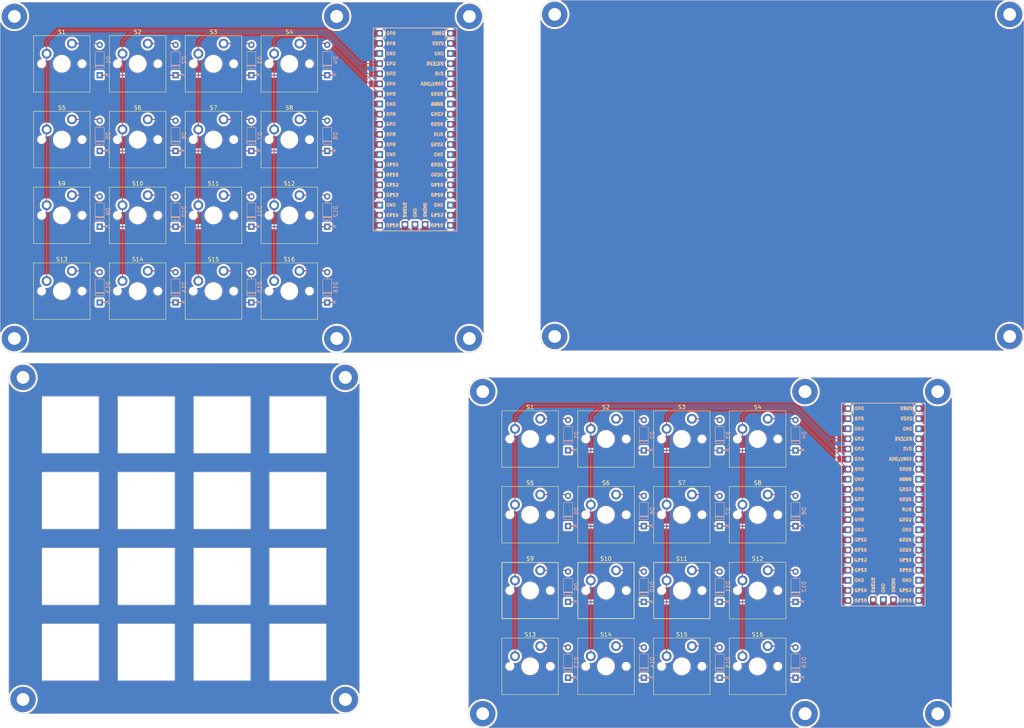
<source format=kicad_pcb>
(kicad_pcb (version 20221018) (generator pcbnew)
  (layers (0 "F.Cu" signal) (31 "B.Cu" signal) (34 "B.Paste" user) (35 "F.Paste" user) (36 "B.SilkS" user "B.Silkscreen") (37 "F.SilkS" user "F.Silkscreen") (38 "B.Mask" user) (39 "F.Mask" user) (44 "Edge.Cuts" user))
  (net 0 "")
  (net 1 "Row 0")
  (net 2 "Net-(D1-A)")
  (net 3 "Net-(D2-A)")
  (net 4 "Net-(D3-A)")
  (net 5 "Net-(D4-A)")
  (net 6 "Row 1")
  (net 7 "Net-(D5-A)")
  (net 8 "Net-(D6-A)")
  (net 9 "Net-(D7-A)")
  (net 10 "Net-(D8-A)")
  (net 11 "Row 2")
  (net 12 "Net-(D9-A)")
  (net 13 "Net-(D10-A)")
  (net 14 "Net-(D11-A)")
  (net 15 "Net-(D12-A)")
  (net 16 "Row 3")
  (net 17 "Net-(D13-A)")
  (net 18 "Net-(D14-A)")
  (net 19 "Net-(D15-A)")
  (net 20 "Net-(D16-A)")
  (net 21 "Col 0")
  (net 22 "Col 1")
  (net 23 "Col 2")
  (net 59 "Col 3")
  (footprint "" (layer "F.Cu") (at 107.325 20.618125)
    (fp_text reference "")
    (fp_text value "")
  )
  (footprint "MX:MX_PCB_1.00u" (layer "F.Cu") (at 57.31875 89.674375)
    (fp_text reference "S14")
    (fp_text value "Keyswitch")
  )
  (footprint "MX:MX_PCB_1.00u" (layer "F.Cu") (at 95.41875 51.574375)
    (fp_text reference "S8")
    (fp_text value "Keyswitch")
  )
  (footprint "MX:MX_PCB_1.00u" (layer "F.Cu") (at 194.01875 164.943125)
    (fp_text reference "S11")
    (fp_text value "Keyswitch")
  )
  (footprint "MX:MX_PCB_1.00u" (layer "F.Cu") (at 194.01875 145.893125)
    (fp_text reference "S7")
    (fp_text value "Keyswitch")
  )
  (footprint "MountingHole:MountingHole_3.2mm_M3_Pad_TopBottom" (layer "F.Cu") (at 276.39375 101.069375)
    (fp_text reference "REF**" hide)
    (fp_text value "MountingHole_3.2mm_M3_Pad_TopBottom" hide)
  )
  (footprint "MountingHole:MountingHole_3.2mm_M3_Pad_TopBottom" (layer "F.Cu") (at 276.39375 20.106875)
    (fp_text reference "REF**" hide)
    (fp_text value "MountingHole_3.2mm_M3_Pad_TopBottom" hide)
  )
  (footprint "MX:MX_PCB_1.00u" (layer "F.Cu") (at 76.36875 32.524375)
    (fp_text reference "S3")
    (fp_text value "Keyswitch")
  )
  (footprint "MX:MX_PCB_1.00u" (layer "F.Cu") (at 76.36875 51.574375)
    (fp_text reference "S7")
    (fp_text value "Keyswitch")
  )
  (footprint "MX:MX_PCB_1.00u" (layer "F.Cu") (at 57.31875 70.624375)
    (fp_text reference "S10")
    (fp_text value "Keyswitch")
  )
  (footprint "MountingHole:MountingHole_3.2mm_M3_Pad_TopBottom" (layer "F.Cu") (at 258.3125 195.899375)
    (fp_text reference "REF**" hide)
    (fp_text value "MountingHole_3.2mm_M3_Pad_TopBottom" hide)
  )
  (footprint "MCU:Raspberry_Pi_Pico" (layer "F.Cu") (at 127.01 48.999375)
    (fp_text reference "U1" hide)
    (fp_text value "Raspberry_Pi_Pico" hide)
  )
  (footprint "MX:MX_PCB_1.00u" (layer "F.Cu") (at 174.96875 145.893125)
    (fp_text reference "S6")
    (fp_text value "Keyswitch")
  )
  (footprint "MountingHole:MountingHole_3.2mm_M3_Pad_TopBottom" (layer "F.Cu") (at 107.34375 101.580625)
    (fp_text reference "REF**" hide)
    (fp_text value "MountingHole_3.2mm_M3_Pad_TopBottom" hide)
  )
  (footprint "MountingHole:MountingHole_3.2mm_M3_Pad_TopBottom" (layer "F.Cu") (at 258.3125 114.936875)
    (fp_text reference "REF**" hide)
    (fp_text value "MountingHole_3.2mm_M3_Pad_TopBottom" hide)
  )
  (footprint "MX:MX_PCB_1.00u" (layer "F.Cu") (at 38.26875 32.524375)
    (fp_text reference "S1")
    (fp_text value "Keyswitch")
  )
  (footprint "MX:MX_PCB_1.00u" (layer "F.Cu") (at 76.36875 70.624375)
    (fp_text reference "S11")
    (fp_text value "Keyswitch")
  )
  (footprint "MountingHole:MountingHole_3.2mm_M3_Pad_TopBottom" (layer "F.Cu") (at 28.521875 192.3275)
    (fp_text reference "REF**" hide)
    (fp_text value "MountingHole_3.2mm_M3_Pad_TopBottom" hide)
  )
  (footprint "" (layer "F.Cu") (at 224.99375 195.899375)
    (fp_text reference "")
    (fp_text value "")
  )
  (footprint "MX:MX_PCB_1.00u" (layer "F.Cu") (at 174.96875 183.993125)
    (fp_text reference "S14")
    (fp_text value "Keyswitch")
  )
  (footprint "" (layer "F.Cu") (at 109.503125 192.3275)
    (fp_text reference "")
    (fp_text value "")
  )
  (footprint "MX:MX_PCB_1.00u" (layer "F.Cu") (at 213.06875 164.943125)
    (fp_text reference "S12")
    (fp_text value "Keyswitch")
  )
  (footprint "MountingHole:MountingHole_3.2mm_M3_Pad_TopBottom" (layer "F.Cu") (at 140.6625 101.580625)
    (fp_text reference "REF**" hide)
    (fp_text value "MountingHole_3.2mm_M3_Pad_TopBottom" hide)
  )
  (footprint "MX:MX_PCB_1.00u" (layer "F.Cu") (at 155.91875 183.993125)
    (fp_text reference "S13")
    (fp_text value "Keyswitch")
  )
  (footprint "MountingHole:MountingHole_3.2mm_M3_Pad_TopBottom" (layer "F.Cu") (at 224.99375 195.899375)
    (fp_text reference "REF**" hide)
    (fp_text value "MountingHole_3.2mm_M3_Pad_TopBottom" hide)
  )
  (footprint "MX:MX_PCB_1.00u" (layer "F.Cu") (at 155.91875 164.943125)
    (fp_text reference "S9")
    (fp_text value "Keyswitch")
  )
  (footprint "MountingHole:MountingHole_3.2mm_M3_Pad_TopBottom" (layer "F.Cu") (at 224.975 114.936875)
    (fp_text reference "REF**" hide)
    (fp_text value "MountingHole_3.2mm_M3_Pad_TopBottom" hide)
  )
  (footprint "MX:MX_PCB_1.00u" (layer "F.Cu") (at 213.06875 126.843125)
    (fp_text reference "S4")
    (fp_text value "Keyswitch")
  )
  (footprint "MX:MX_PCB_1.00u" (layer "F.Cu") (at 174.96875 164.943125)
    (fp_text reference "S10")
    (fp_text value "Keyswitch")
  )
  (footprint "MountingHole:MountingHole_3.2mm_M3_Pad_TopBottom" (layer "F.Cu") (at 109.503125 192.3275)
    (fp_text reference "REF**" hide)
    (fp_text value "MountingHole_3.2mm_M3_Pad_TopBottom" hide)
  )
  (footprint "MX:MX_PCB_1.00u" (layer "F.Cu") (at 95.41875 70.624375)
    (fp_text reference "S12")
    (fp_text value "Keyswitch")
  )
  (footprint "" (layer "F.Cu") (at 109.484375 111.365)
    (fp_text reference "")
    (fp_text value "")
  )
  (footprint "MX:MX_PCB_1.00u" (layer "F.Cu") (at 38.26875 51.574375)
    (fp_text reference "S5")
    (fp_text value "Keyswitch")
  )
  (footprint "MX:MX_PCB_1.00u" (layer "F.Cu") (at 194.01875 126.843125)
    (fp_text reference "S3")
    (fp_text value "Keyswitch")
  )
  (footprint "MX:MX_PCB_1.00u" (layer "F.Cu") (at 38.26875 89.674375)
    (fp_text reference "S13")
    (fp_text value "Keyswitch")
  )
  (footprint "MX:MX_PCB_1.00u" (layer "F.Cu") (at 155.91875 145.893125)
    (fp_text reference "S5")
    (fp_text value "Keyswitch")
  )
  (footprint "MX:MX_PCB_1.00u" (layer "F.Cu") (at 95.41875 89.674375)
    (fp_text reference "S16")
    (fp_text value "Keyswitch")
  )
  (footprint "MountingHole:MountingHole_3.2mm_M3_Pad_TopBottom" (layer "F.Cu") (at 26.3625 101.580625)
    (fp_text reference "REF**" hide)
    (fp_text value "MountingHole_3.2mm_M3_Pad_TopBottom" hide)
  )
  (footprint "MX:MX_PCB_1.00u" (layer "F.Cu") (at 213.06875 183.993125)
    (fp_text reference "S16")
    (fp_text value "Keyswitch")
  )
  (footprint "MX:MX_PCB_1.00u" (layer "F.Cu") (at 194.01875 183.993125)
    (fp_text reference "S15")
    (fp_text value "Keyswitch")
  )
  (footprint "MountingHole:MountingHole_3.2mm_M3_Pad_TopBottom" (layer "F.Cu") (at 140.6625 20.618125)
    (fp_text reference "REF**" hide)
    (fp_text value "MountingHole_3.2mm_M3_Pad_TopBottom" hide)
  )
  (footprint "MX:MX_PCB_1.00u" (layer "F.Cu") (at 57.31875 51.574375)
    (fp_text reference "S6")
    (fp_text value "Keyswitch")
  )
  (footprint "MountingHole:MountingHole_3.2mm_M3_Pad_TopBottom" (layer "F.Cu") (at 144.0125 195.899375)
    (fp_text reference "REF**" hide)
    (fp_text value "MountingHole_3.2mm_M3_Pad_TopBottom" hide)
  )
  (footprint "MX:MX_PCB_1.00u" (layer "F.Cu") (at 155.91875 126.843125)
    (fp_text reference "S1")
    (fp_text value "Keyswitch")
  )
  (footprint "MountingHole:MountingHole_3.2mm_M3_Pad_TopBottom" (layer "F.Cu") (at 28.521875 111.365)
    (fp_text reference "REF**" hide)
    (fp_text value "MountingHole_3.2mm_M3_Pad_TopBottom" hide)
  )
  (footprint "MountingHole:MountingHole_3.2mm_M3_Pad_TopBottom" (layer "F.Cu") (at 162.09375 20.106875)
    (fp_text reference "REF**" hide)
    (fp_text value "MountingHole_3.2mm_M3_Pad_TopBottom" hide)
  )
  (footprint "MountingHole:MountingHole_3.2mm_M3_Pad_TopBottom" (layer "F.Cu") (at 107.325 20.618125)
    (fp_text reference "REF**" hide)
    (fp_text value "MountingHole_3.2mm_M3_Pad_TopBottom" hide)
  )
  (footprint "" (layer "F.Cu") (at 224.975 114.936875)
    (fp_text reference "")
    (fp_text value "")
  )
  (footprint "MCU:Raspberry_Pi_Pico" (layer "F.Cu") (at 244.66 143.318125)
    (fp_text reference "U1" hide)
    (fp_text value "Raspberry_Pi_Pico" hide)
  )
  (footprint "MX:MX_PCB_1.00u" (layer "F.Cu") (at 95.41875 32.524375)
    (fp_text reference "S4")
    (fp_text value "Keyswitch")
  )
  (footprint "MountingHole:MountingHole_3.2mm_M3_Pad_TopBottom" (layer "F.Cu") (at 162.09375 101.069375)
    (fp_text reference "REF**" hide)
    (fp_text value "MountingHole_3.2mm_M3_Pad_TopBottom" hide)
  )
  (footprint "MountingHole:MountingHole_3.2mm_M3_Pad_TopBottom" (layer "F.Cu") (at 26.3625 20.618125)
    (fp_text reference "REF**" hide)
    (fp_text value "MountingHole_3.2mm_M3_Pad_TopBottom" hide)
  )
  (footprint "MountingHole:MountingHole_3.2mm_M3_Pad_TopBottom" (layer "F.Cu") (at 144.0125 114.936875)
    (fp_text reference "REF**" hide)
    (fp_text value "MountingHole_3.2mm_M3_Pad_TopBottom" hide)
  )
  (footprint "MX:MX_PCB_1.00u" (layer "F.Cu") (at 57.31875 32.524375)
    (fp_text reference "S2")
    (fp_text value "Keyswitch")
  )
  (footprint "MX:MX_PCB_1.00u" (layer "F.Cu") (at 213.06875 145.893125)
    (fp_text reference "S8")
    (fp_text value "Keyswitch")
  )
  (footprint "MX:MX_PCB_1.00u" (layer "F.Cu") (at 174.96875 126.843125)
    (fp_text reference "S2")
    (fp_text value "Keyswitch")
  )
  (footprint "MX:MX_PCB_1.00u" (layer "F.Cu") (at 38.26875 70.624375)
    (fp_text reference "S9")
    (fp_text value "Keyswitch")
  )
  (footprint "" (layer "F.Cu") (at 107.34375 101.580625)
    (fp_text reference "")
    (fp_text value "")
  )
  (footprint "MountingHole:MountingHole_3.2mm_M3_Pad_TopBottom" (layer "F.Cu") (at 109.484375 111.365)
    (fp_text reference "REF**" hide)
    (fp_text value "MountingHole_3.2mm_M3_Pad_TopBottom" hide)
  )
  (footprint "MX:MX_PCB_1.00u" (layer "F.Cu") (at 76.36875 89.674375)
    (fp_text reference "S15")
    (fp_text value "Keyswitch")
  )
  (footprint "Components:Diode_DO-35" (layer "B.Cu") (at 203.54375 129.700625 90)
    (fp_text reference "D3")
    (fp_text value "Diode")
  )
  (footprint "Components:Diode_DO-35" (layer "B.Cu") (at 47.79375 73.481875 90)
    (fp_text reference "D9")
    (fp_text value "Diode")
  )
  (footprint "Components:Diode_DO-35" (layer "B.Cu") (at 184.49375 148.750625 90)
    (fp_text reference "D6")
    (fp_text value "Diode")
  )
  (footprint "Components:Diode_DO-35" (layer "B.Cu") (at 203.54375 148.750625 90)
    (fp_text reference "D7")
    (fp_text value "Diode")
  )
  (footprint "Components:Diode_DO-35" (layer "B.Cu") (at 203.54375 186.850625 90)
    (fp_text reference "D15")
    (fp_text value "Diode")
  )
  (footprint "Components:Diode_DO-35" (layer "B.Cu") (at 222.59375 186.850625 90)
    (fp_text reference "D16")
    (fp_text value "Diode")
  )
  (footprint "Components:Diode_DO-35" (layer "B.Cu") (at 165.44375 186.850625 90)
    (fp_text reference "D13")
    (fp_text value "Diode")
  )
  (footprint "Components:Diode_DO-35" (layer "B.Cu") (at 85.89375 73.481875 90)
    (fp_text reference "D11")
    (fp_text value "Diode")
  )
  (footprint "Components:Diode_DO-35" (layer "B.Cu") (at 47.79375 35.381875 90)
    (fp_text reference "D1")
    (fp_text value "Diode")
  )
  (footprint "Components:Diode_DO-35" (layer "B.Cu") (at 66.84375 92.531875 90)
    (fp_text reference "D14")
    (fp_text value "Diode")
  )
  (footprint "Components:Diode_DO-35" (layer "B.Cu") (at 104.94375 54.431875 90)
    (fp_text reference "D8")
    (fp_text value "Diode")
  )
  (footprint "Components:Diode_DO-35" (layer "B.Cu") (at 222.59375 167.800625 90)
    (fp_text reference "D12")
    (fp_text value "Diode")
  )
  (footprint "Components:Diode_DO-35" (layer "B.Cu") (at 203.54375 167.800625 90)
    (fp_text reference "D11")
    (fp_text value "Diode")
  )
  (footprint "Components:Diode_DO-35" (layer "B.Cu") (at 184.49375 167.800625 90)
    (fp_text reference "D10")
    (fp_text value "Diode")
  )
  (footprint "Components:Diode_DO-35" (layer "B.Cu") (at 66.84375 54.431875 90)
    (fp_text reference "D6")
    (fp_text value "Diode")
  )
  (footprint "Components:Diode_DO-35" (layer "B.Cu") (at 184.49375 129.700625 90)
    (fp_text reference "D2")
    (fp_text value "Diode")
  )
  (footprint "Components:Diode_DO-35" (layer "B.Cu") (at 165.44375 129.700625 90)
    (fp_text reference "D1")
    (fp_text value "Diode")
  )
  (footprint "Components:Diode_DO-35" (layer "B.Cu") (at 104.94375 92.531875 90)
    (fp_text reference "D16")
    (fp_text value "Diode")
  )
  (footprint "Components:Diode_DO-35" (layer "B.Cu") (at 184.49375 186.850625 90)
    (fp_text reference "D14")
    (fp_text value "Diode")
  )
  (footprint "Components:Diode_DO-35" (layer "B.Cu") (at 47.79375 92.531875 90)
    (fp_text reference "D13")
    (fp_text value "Diode")
  )
  (footprint "Components:Diode_DO-35" (layer "B.Cu") (at 104.94375 73.481875 90)
    (fp_text reference "D12")
    (fp_text value "Diode")
  )
  (footprint "Components:Diode_DO-35" (layer "B.Cu") (at 85.89375 92.531875 90)
    (fp_text reference "D15")
    (fp_text value "Diode")
  )
  (footprint "Components:Diode_DO-35" (layer "B.Cu") (at 85.89375 54.431875 90)
    (fp_text reference "D7")
    (fp_text value "Diode")
  )
  (footprint "Components:Diode_DO-35" (layer "B.Cu") (at 47.79375 54.431875 90)
    (fp_text reference "D5")
    (fp_text value "Diode")
  )
  (footprint "Components:Diode_DO-35" (layer "B.Cu") (at 104.94375 35.381875 90)
    (fp_text reference "D4")
    (fp_text value "Diode")
  )
  (footprint "Components:Diode_DO-35" (layer "B.Cu") (at 222.59375 129.700625 90)
    (fp_text reference "D4")
    (fp_text value "Diode")
  )
  (footprint "Components:Diode_DO-35" (layer "B.Cu") (at 66.84375 35.381875 90)
    (fp_text reference "D2")
    (fp_text value "Diode")
  )
  (footprint "Components:Diode_DO-35" (layer "B.Cu") (at 165.44375 148.750625 90)
    (fp_text reference "D5")
    (fp_text value "Diode")
  )
  (footprint "Components:Diode_DO-35" (layer "B.Cu") (at 165.44375 167.800625 90)
    (fp_text reference "D9")
    (fp_text value "Diode")
  )
  (footprint "Components:Diode_DO-35" (layer "B.Cu") (at 222.59375 148.750625 90)
    (fp_text reference "D8")
    (fp_text value "Diode")
  )
  (footprint "Components:Diode_DO-35" (layer "B.Cu") (at 85.89375 35.381875 90)
    (fp_text reference "D3")
    (fp_text value "Diode")
  )
  (footprint "Components:Diode_DO-35" (layer "B.Cu") (at 66.84375 73.481875 90)
    (fp_text reference "D10")
    (fp_text value "Diode")
  )
  (gr_rect (start 33.284375 154.2275) (end 47.571875 168.515) (stroke (width 0.1)) (fill none) (layer "Edge.Cuts"))
  (gr_arc (start 279.965625 101.069375) (mid 278.919447 103.595072) (end 276.39375 104.64125) (stroke (width 0.1)) (layer "Edge.Cuts"))
  (gr_line (start 162.09375 16.535) (end 276.39375 16.535) (stroke (width 0.1)) (layer "Edge.Cuts"))
  (gr_rect (start 90.434375 116.1275) (end 104.721875 130.415) (stroke (width 0.1)) (fill none) (layer "Edge.Cuts"))
  (gr_line (start 28.521875 107.793125) (end 109.484392 107.793108) (stroke (width 0.1)) (layer "Edge.Cuts"))
  (gr_line (start 26.3625 17.04625) (end 140.6625 17.04625) (stroke (width 0.1)) (layer "Edge.Cuts"))
  (gr_rect (start 71.384375 154.2275) (end 85.671875 168.515) (stroke (width 0.1)) (fill none) (layer "Edge.Cuts"))
  (gr_arc (start 162.09375 104.64125) (mid 159.568053 103.595072) (end 158.521875 101.069375) (stroke (width 0.1)) (layer "Edge.Cuts"))
  (gr_line (start 113.056267 111.364983) (end 113.056293 192.327543) (stroke (width 0.1)) (layer "Edge.Cuts"))
  (gr_line (start 24.95 192.3275) (end 24.95 111.365) (stroke (width 0.1)) (layer "Edge.Cuts"))
  (gr_rect (start 52.334375 116.1275) (end 66.621875 130.415) (stroke (width 0.1)) (fill none) (layer "Edge.Cuts"))
  (gr_arc (start 113.056293 192.327543) (mid 112.010102 194.853227) (end 109.484418 195.899418) (stroke (width 0.1)) (layer "Edge.Cuts"))
  (gr_rect (start 148.91875 157.943125) (end 162.91875 171.943125) (stroke (width 0.1)) (fill none) (layer "Edge.Cuts"))
  (gr_arc (start 144.234375 101.580625) (mid 143.188197 104.106322) (end 140.6625 105.1525) (stroke (width 0.1)) (layer "Edge.Cuts"))
  (gr_rect (start 52.334375 173.2775) (end 66.621875 187.565) (stroke (width 0.1)) (fill none) (layer "Edge.Cuts"))
  (gr_arc (start 24.95 111.365) (mid 25.996181 108.839306) (end 28.521875 107.793125) (stroke (width 0.1)) (layer "Edge.Cuts"))
  (gr_line (start 144.234375 20.618125) (end 144.234375 101.580625) (stroke (width 0.1)) (layer "Edge.Cuts"))
  (gr_rect (start 52.334375 154.2275) (end 66.621875 168.515) (stroke (width 0.1)) (fill none) (layer "Edge.Cuts"))
  (gr_rect (start 90.434375 135.1775) (end 104.721875 149.465) (stroke (width 0.1)) (fill none) (layer "Edge.Cuts"))
  (gr_arc (start 276.39375 16.535) (mid 278.919447 17.581178) (end 279.965625 20.106875) (stroke (width 0.1)) (layer "Edge.Cuts"))
  (gr_line (start 22.790625 101.580625) (end 22.790625 20.618125) (stroke (width 0.1)) (layer "Edge.Cuts"))
  (gr_arc (start 261.884375 195.899375) (mid 260.838184 198.425059) (end 258.3125 199.47125) (stroke (width 0.1)) (layer "Edge.Cuts"))
  (gr_rect (start 71.384375 116.1275) (end 85.671875 130.415) (stroke (width 0.1)) (fill none) (layer "Edge.Cuts"))
  (gr_rect (start 71.384375 173.2775) (end 85.671875 187.565) (stroke (width 0.1)) (fill none) (layer "Edge.Cuts"))
  (gr_rect (start 90.434375 173.2775) (end 104.721875 187.565) (stroke (width 0.1)) (fill none) (layer "Edge.Cuts"))
  (gr_line (start 140.6625 105.1525) (end 26.3625 105.1525) (stroke (width 0.1)) (layer "Edge.Cuts"))
  (gr_arc (start 22.790625 20.618125) (mid 23.836803 18.092428) (end 26.3625 17.04625) (stroke (width 0.1)) (layer "Edge.Cuts"))
  (gr_rect (start 52.334375 135.1775) (end 66.621875 149.465) (stroke (width 0.1)) (fill none) (layer "Edge.Cuts"))
  (gr_line (start 279.965625 20.106875) (end 279.965625 101.069375) (stroke (width 0.1)) (layer "Edge.Cuts"))
  (gr_line (start 140.440625 195.899375) (end 140.440625 114.936875) (stroke (width 0.1)) (layer "Edge.Cuts"))
  (gr_line (start 261.884375 114.936875) (end 261.884375 195.899375) (stroke (width 0.1)) (layer "Edge.Cuts"))
  (gr_line (start 158.521875 101.069375) (end 158.521875 20.106875) (stroke (width 0.1)) (layer "Edge.Cuts"))
  (gr_rect (start 33.284375 135.1775) (end 47.571875 149.465) (stroke (width 0.1)) (fill none) (layer "Edge.Cuts"))
  (gr_rect (start 90.434375 154.2275) (end 104.721875 168.515) (stroke (width 0.1)) (fill none) (layer "Edge.Cuts"))
  (gr_arc (start 258.3125 111.365) (mid 260.838192 112.411183) (end 261.884375 114.936875) (stroke (width 0.1)) (layer "Edge.Cuts"))
  (gr_arc (start 26.3625 105.1525) (mid 23.836803 104.106322) (end 22.790625 101.580625) (stroke (width 0.1)) (layer "Edge.Cuts"))
  (gr_arc (start 158.521875 20.106875) (mid 159.568053 17.581178) (end 162.09375 16.535) (stroke (width 0.1)) (layer "Edge.Cuts"))
  (gr_rect (start 167.96875 157.943125) (end 181.96875 171.943125) (stroke (width 0.1)) (fill none) (layer "Edge.Cuts"))
  (gr_arc (start 144.0125 199.47125) (mid 141.486797 198.425078) (end 140.440625 195.899375) (stroke (width 0.1)) (layer "Edge.Cuts"))
  (gr_rect (start 187.01875 157.943125) (end 201.01875 171.943125) (stroke (width 0.1)) (fill none) (layer "Edge.Cuts"))
  (gr_line (start 144.0125 111.365) (end 258.3125 111.365) (stroke (width 0.1)) (layer "Edge.Cuts"))
  (gr_arc (start 140.6625 17.04625) (mid 143.188197 18.092428) (end 144.234375 20.618125) (stroke (width 0.1)) (layer "Edge.Cuts"))
  (gr_rect (start 33.284375 173.2775) (end 47.571875 187.565) (stroke (width 0.1)) (fill none) (layer "Edge.Cuts"))
  (gr_line (start 276.39375 104.64125) (end 162.09375 104.64125) (stroke (width 0.1)) (layer "Edge.Cuts"))
  (gr_line (start 258.3125 199.47125) (end 144.0125 199.47125) (stroke (width 0.1)) (layer "Edge.Cuts"))
  (gr_arc (start 140.440625 114.936875) (mid 141.486806 112.411181) (end 144.0125 111.365) (stroke (width 0.1)) (layer "Edge.Cuts"))
  (gr_rect (start 71.384375 135.1775) (end 85.671875 149.465) (stroke (width 0.1)) (fill none) (layer "Edge.Cuts"))
  (gr_arc (start 28.521875 195.899375) (mid 25.996172 194.853203) (end 24.95 192.3275) (stroke (width 0.1)) (layer "Edge.Cuts"))
  (gr_arc (start 109.484392 107.793108) (mid 112.010084 108.839291) (end 113.056267 111.364983) (stroke (width 0.1)) (layer "Edge.Cuts"))
  (gr_line (start 109.484418 195.899418) (end 28.521875 195.899375) (stroke (width 0.1)) (layer "Edge.Cuts"))
  (gr_rect (start 33.284375 116.1275) (end 47.571875 130.415) (stroke (width 0.1)) (fill none) (layer "Edge.Cuts"))
  (segment (start 114.46875 42.049375) (end 107.80125 35.381875) (width 0.25) (layer "F.Cu") (net 1))
  (segment (start 114.46875 55.848125) (end 114.46875 42.049375) (width 0.25) (layer "F.Cu") (net 1))
  (segment (start 47.79375 35.381875) (end 104.94375 35.381875) (width 0.25) (layer "F.Cu") (net 1))
  (segment (start 165.44375 129.700625) (end 222.59375 129.700625) (width 0.25) (layer "F.Cu") (net 1))
  (segment (start 232.11875 150.166875) (end 232.11875 136.368125) (width 0.25) (layer "F.Cu") (net 1))
  (segment (start 232.11875 136.368125) (end 225.45125 129.700625) (width 0.25) (layer "F.Cu") (net 1))
  (segment (start 118.12 57.889375) (end 116.51 57.889375) (width 0.25) (layer "F.Cu") (net 1))
  (segment (start 234.16 152.208125) (end 232.11875 150.166875) (width 0.25) (layer "F.Cu") (net 1))
  (segment (start 116.51 57.889375) (end 114.46875 55.848125) (width 0.25) (layer "F.Cu") (net 1))
  (segment (start 225.45125 129.700625) (end 222.59375 129.700625) (width 0.25) (layer "F.Cu") (net 1))
  (segment (start 235.77 152.208125) (end 234.16 152.208125) (width 0.25) (layer "F.Cu") (net 1))
  (segment (start 107.80125 35.381875) (end 104.94375 35.381875) (width 0.25) (layer "F.Cu") (net 1))
  (segment (start 158.45875 121.763125) (end 165.12625 121.763125) (width 0.25) (layer "F.Cu") (net 2))
  (segment (start 40.80875 27.444375) (end 47.47625 27.444375) (width 0.25) (layer "F.Cu") (net 2))
  (segment (start 47.47625 27.444375) (end 47.79375 27.761875) (width 0.25) (layer "F.Cu") (net 2))
  (segment (start 165.12625 121.763125) (end 165.44375 122.080625) (width 0.25) (layer "F.Cu") (net 2))
  (segment (start 177.50875 121.763125) (end 184.17625 121.763125) (width 0.25) (layer "F.Cu") (net 3))
  (segment (start 184.17625 121.763125) (end 184.49375 122.080625) (width 0.25) (layer "F.Cu") (net 3))
  (segment (start 66.52625 27.444375) (end 66.84375 27.761875) (width 0.25) (layer "F.Cu") (net 3))
  (segment (start 59.85875 27.444375) (end 66.52625 27.444375) (width 0.25) (layer "F.Cu") (net 3))
  (segment (start 78.90875 27.444375) (end 85.57625 27.444375) (width 0.25) (layer "F.Cu") (net 4))
  (segment (start 203.22625 121.763125) (end 203.54375 122.080625) (width 0.25) (layer "F.Cu") (net 4))
  (segment (start 85.57625 27.444375) (end 85.89375 27.761875) (width 0.25) (layer "F.Cu") (net 4))
  (segment (start 196.55875 121.763125) (end 203.22625 121.763125) (width 0.25) (layer "F.Cu") (net 4))
  (segment (start 104.62625 27.444375) (end 104.94375 27.761875) (width 0.25) (layer "F.Cu") (net 5))
  (segment (start 222.27625 121.763125) (end 222.59375 122.080625) (width 0.25) (layer "F.Cu") (net 5))
  (segment (start 215.60875 121.763125) (end 222.27625 121.763125) (width 0.25) (layer "F.Cu") (net 5))
  (segment (start 97.95875 27.444375) (end 104.62625 27.444375) (width 0.25) (layer "F.Cu") (net 5))
  (segment (start 104.94375 54.431875) (end 112.416104 54.431875) (width 0.25) (layer "F.Cu") (net 6))
  (segment (start 114.394927 58.314302) (end 116.51 60.429375) (width 0.25) (layer "F.Cu") (net 6))
  (segment (start 232.044927 152.633052) (end 234.16 154.748125) (width 0.25) (layer "F.Cu") (net 6))
  (segment (start 165.44375 148.750625) (end 222.59375 148.750625) (width 0.25) (layer "F.Cu") (net 6))
  (segment (start 234.16 154.748125) (end 235.77 154.748125) (width 0.25) (layer "F.Cu") (net 6))
  (segment (start 47.79375 54.431875) (end 104.94375 54.431875) (width 0.25) (layer "F.Cu") (net 6))
  (segment (start 230.066104 148.750625) (end 232.044927 150.729448) (width 0.25) (layer "F.Cu") (net 6))
  (segment (start 116.51 60.429375) (end 118.12 60.429375) (width 0.25) (layer "F.Cu") (net 6))
  (segment (start 112.416104 54.431875) (end 114.394927 56.410698) (width 0.25) (layer "F.Cu") (net 6))
  (segment (start 114.394927 56.410698) (end 114.394927 58.314302) (width 0.25) (layer "F.Cu") (net 6))
  (segment (start 232.044927 150.729448) (end 232.044927 152.633052) (width 0.25) (layer "F.Cu") (net 6))
  (segment (start 222.59375 148.750625) (end 230.066104 148.750625) (width 0.25) (layer "F.Cu") (net 6))
  (segment (start 165.12625 140.813125) (end 165.44375 141.130625) (width 0.25) (layer "F.Cu") (net 7))
  (segment (start 158.45875 140.813125) (end 165.12625 140.813125) (width 0.25) (layer "F.Cu") (net 7))
  (segment (start 47.47625 46.494375) (end 47.79375 46.811875) (width 0.25) (layer "F.Cu") (net 7))
  (segment (start 40.80875 46.494375) (end 47.47625 46.494375) (width 0.25) (layer "F.Cu") (net 7))
  (segment (start 184.17625 140.813125) (end 184.49375 141.130625) (width 0.25) (layer "F.Cu") (net 8))
  (segment (start 59.85875 46.494375) (end 66.52625 46.494375) (width 0.25) (layer "F.Cu") (net 8))
  (segment (start 177.50875 140.813125) (end 184.17625 140.813125) (width 0.25) (layer "F.Cu") (net 8))
  (segment (start 66.52625 46.494375) (end 66.84375 46.811875) (width 0.25) (layer "F.Cu") (net 8))
  (segment (start 196.55875 140.813125) (end 203.22625 140.813125) (width 0.25) (layer "F.Cu") (net 9))
  (segment (start 85.57625 46.494375) (end 85.89375 46.811875) (width 0.25) (layer "F.Cu") (net 9))
  (segment (start 78.90875 46.494375) (end 85.57625 46.494375) (width 0.25) (layer "F.Cu") (net 9))
  (segment (start 203.22625 140.813125) (end 203.54375 141.130625) (width 0.25) (layer "F.Cu") (net 9))
  (segment (start 222.27625 140.813125) (end 222.59375 141.130625) (width 0.25) (layer "F.Cu") (net 10))
  (segment (start 104.62625 46.494375) (end 104.94375 46.811875) (width 0.25) (layer "F.Cu") (net 10))
  (segment (start 215.60875 140.813125) (end 222.27625 140.813125) (width 0.25) (layer "F.Cu") (net 10))
  (segment (start 97.95875 46.494375) (end 104.62625 46.494375) (width 0.25) (layer "F.Cu") (net 10))
  (segment (start 104.94375 73.481875) (end 113.5425 73.481875) (width 0.25) (layer "F.Cu") (net 11))
  (segment (start 116.51 62.969375) (end 118.12 62.969375) (width 0.25) (layer "F.Cu") (net 11))
  (segment (start 222.59375 167.800625) (end 231.1925 167.800625) (width 0.25) (layer "F.Cu") (net 11))
  (segment (start 231.1925 167.800625) (end 231.66875 167.324375) (width 0.25) (layer "F.Cu") (net 11))
  (segment (start 165.44375 167.800625) (end 222.59375 167.800625) (width 0.25) (layer "F.Cu") (net 11))
  (segment (start 234.16 157.288125) (end 235.77 157.288125) (width 0.25) (layer "F.Cu") (net 11))
  (segment (start 114.01875 73.005625) (end 114.01875 65.460625) (width 0.25) (layer "F.Cu") (net 11))
  (segment (start 231.66875 159.779375) (end 234.16 157.288125) (width 0.25) (layer "F.Cu") (net 11))
  (segment (start 113.5425 73.481875) (end 114.01875 73.005625) (width 0.25) (layer "F.Cu") (net 11))
  (segment (start 231.66875 167.324375) (end 231.66875 159.779375) (width 0.25) (layer "F.Cu") (net 11))
  (segment (start 114.01875 65.460625) (end 116.51 62.969375) (width 0.25) (layer "F.Cu") (net 11))
  (segment (start 47.79375 73.481875) (end 104.94375 73.481875) (width 0.25) (layer "F.Cu") (net 11))
  (segment (start 40.80875 65.544375) (end 47.47625 65.544375) (width 0.25) (layer "F.Cu") (net 12))
  (segment (start 158.45875 159.863125) (end 165.12625 159.863125) (width 0.25) (layer "F.Cu") (net 12))
  (segment (start 47.47625 65.544375) (end 47.79375 65.861875) (width 0.25) (layer "F.Cu") (net 12))
  (segment (start 165.12625 159.863125) (end 165.44375 160.180625) (width 0.25) (layer "F.Cu") (net 12))
  (segment (start 59.85875 65.544375) (end 66.52625 65.544375) (width 0.25) (layer "F.Cu") (net 13))
  (segment (start 184.17625 159.863125) (end 184.49375 160.180625) (width 0.25) (layer "F.Cu") (net 13))
  (segment (start 66.52625 65.544375) (end 66.84375 65.861875) (width 0.25) (layer "F.Cu") (net 13))
  (segment (start 177.50875 159.863125) (end 184.17625 159.863125) (width 0.25) (layer "F.Cu") (net 13))
  (segment (start 203.22625 159.863125) (end 203.54375 160.180625) (width 0.25) (layer "F.Cu") (net 14))
  (segment (start 78.90875 65.544375) (end 85.57625 65.544375) (width 0.25) (layer "F.Cu") (net 14))
  (segment (start 85.57625 65.544375) (end 85.89375 65.861875) (width 0.25) (layer "F.Cu") (net 14))
  (segment (start 196.55875 159.863125) (end 203.22625 159.863125) (width 0.25) (layer "F.Cu") (net 14))
  (segment (start 215.60875 159.863125) (end 222.27625 159.863125) (width 0.25) (layer "F.Cu") (net 15))
  (segment (start 97.95875 65.544375) (end 104.62625 65.544375) (width 0.25) (layer "F.Cu") (net 15))
  (segment (start 222.27625 159.863125) (end 222.59375 160.180625) (width 0.25) (layer "F.Cu") (net 15))
  (segment (start 104.62625 65.544375) (end 104.94375 65.861875) (width 0.25) (layer "F.Cu") (net 15))
  (segment (start 232.11875 181.611875) (end 226.88 186.850625) (width 0.25) (layer "F.Cu") (net 16))
  (segment (start 114.46875 67.550625) (end 114.46875 87.293125) (width 0.25) (layer "F.Cu") (net 16))
  (segment (start 165.44375 186.850625) (end 222.59375 186.850625) (width 0.25) (layer "F.Cu") (net 16))
  (segment (start 118.12 65.509375) (end 116.51 65.509375) (width 0.25) (layer "F.Cu") (net 16))
  (segment (start 235.77 159.828125) (end 234.16 159.828125) (width 0.25) (layer "F.Cu") (net 16))
  (segment (start 234.16 159.828125) (end 232.11875 161.869375) (width 0.25) (layer "F.Cu") (net 16))
  (segment (start 47.79375 92.531875) (end 104.94375 92.531875) (width 0.25) (layer "F.Cu") (net 16))
  (segment (start 116.51 65.509375) (end 114.46875 67.550625) (width 0.25) (layer "F.Cu") (net 16))
  (segment (start 232.11875 161.869375) (end 232.11875 181.611875) (width 0.25) (layer "F.Cu") (net 16))
  (segment (start 109.23 92.531875) (end 104.94375 92.531875) (width 0.25) (layer "F.Cu") (net 16))
  (segment (start 114.46875 87.293125) (end 109.23 92.531875) (width 0.25) (layer "F.Cu") (net 16))
  (segment (start 226.88 186.850625) (end 222.59375 186.850625) (width 0.25) (layer "F.Cu") (net 16))
  (segment (start 158.45875 178.913125) (end 165.12625 178.913125) (width 0.25) (layer "F.Cu") (net 17))
  (segment (start 165.12625 178.913125) (end 165.44375 179.230625) (width 0.25) (layer "F.Cu") (net 17))
  (segment (start 47.47625 84.594375) (end 47.79375 84.911875) (width 0.25) (layer "F.Cu") (net 17))
  (segment (start 40.80875 84.594375) (end 47.47625 84.594375) (width 0.25) (layer "F.Cu") (net 17))
  (segment (start 177.50875 178.913125) (end 184.17625 178.913125) (width 0.25) (layer "F.Cu") (net 18))
  (segment (start 59.85875 84.594375) (end 66.52625 84.594375) (width 0.25) (layer "F.Cu") (net 18))
  (segment (start 66.52625 84.594375) (end 66.84375 84.911875) (width 0.25) (layer "F.Cu") (net 18))
  (segment (start 184.17625 178.913125) (end 184.49375 179.230625) (width 0.25) (layer "F.Cu") (net 18))
  (segment (start 196.55875 178.913125) (end 203.22625 178.913125) (width 0.25) (layer "F.Cu") (net 19))
  (segment (start 85.57625 84.594375) (end 85.89375 84.911875) (width 0.25) (layer "F.Cu") (net 19))
  (segment (start 78.90875 84.594375) (end 85.57625 84.594375) (width 0.25) (layer "F.Cu") (net 19))
  (segment (start 203.22625 178.913125) (end 203.54375 179.230625) (width 0.25) (layer "F.Cu") (net 19))
  (segment (start 215.60875 178.913125) (end 222.27625 178.913125) (width 0.25) (layer "F.Cu") (net 20))
  (segment (start 104.62625 84.594375) (end 104.94375 84.911875) (width 0.25) (layer "F.Cu") (net 20))
  (segment (start 97.95875 84.594375) (end 104.62625 84.594375) (width 0.25) (layer "F.Cu") (net 20))
  (segment (start 222.27625 178.913125) (end 222.59375 179.230625) (width 0.25) (layer "F.Cu") (net 20))
  (segment (start 34.45875 29.984375) (end 34.45875 87.134375) (width 0.25) (layer "B.Cu") (net 21))
  (segment (start 152.10875 121.128125) (end 154.8875 118.349375) (width 0.25) (layer "B.Cu") (net 21))
  (segment (start 104.875 24.030625) (end 113.33375 32.489375) (width 0.25) (layer "B.Cu") (net 21))
  (segment (start 152.10875 124.303125) (end 152.10875 181.453125) (width 0.25) (layer "B.Cu") (net 21))
  (segment (start 222.525 118.349375) (end 230.98375 126.808125) (width 0.25) (layer "B.Cu") (net 21))
  (segment (start 34.45875 29.984375) (end 34.45875 26.809375) (width 0.25) (layer "B.Cu") (net 21))
  (segment (start 113.33375 32.489375) (end 118.12 32.489375) (width 0.25) (layer "B.Cu") (net 21))
  (segment (start 154.8875 118.349375) (end 222.525 118.349375) (width 0.25) (layer "B.Cu") (net 21))
  (segment (start 230.98375 126.808125) (end 235.77 126.808125) (width 0.25) (layer "B.Cu") (net 21))
  (segment (start 34.45875 26.809375) (end 37.2375 24.030625) (width 0.25) (layer "B.Cu") (net 21))
  (segment (start 152.10875 124.303125) (end 152.10875 121.128125) (width 0.25) (layer "B.Cu") (net 21))
  (segment (start 37.2375 24.030625) (end 104.875 24.030625) (width 0.25) (layer "B.Cu") (net 21))
  (segment (start 173.4875 118.799375) (end 222.325 118.799375) (width 0.25) (layer "B.Cu") (net 22))
  (segment (start 171.15875 124.303125) (end 171.15875 121.128125) (width 0.25) (layer "B.Cu") (net 22))
  (segment (start 222.325 118.799375) (end 232.87375 129.348125) (width 0.25) (layer "B.Cu") (net 22))
  (segment (start 53.50875 87.134375) (end 53.50875 29.984375) (width 0.25) (layer "B.Cu") (net 22))
  (segment (start 55.8375 24.480625) (end 104.675 24.480625) (width 0.25) (layer "B.Cu") (net 22))
  (segment (start 232.87375 129.348125) (end 235.77 129.348125) (width 0.25) (layer "B.Cu") (net 22))
  (segment (start 53.50875 26.809375) (end 55.8375 24.480625) (width 0.25) (layer "B.Cu") (net 22))
  (segment (start 115.22375 35.029375) (end 118.12 35.029375) (width 0.25) (layer "B.Cu") (net 22))
  (segment (start 104.675 24.480625) (end 115.22375 35.029375) (width 0.25) (layer "B.Cu") (net 22))
  (segment (start 171.15875 181.453125) (end 171.15875 124.303125) (width 0.25) (layer "B.Cu") (net 22))
  (segment (start 171.15875 121.128125) (end 173.4875 118.799375) (width 0.25) (layer "B.Cu") (net 22))
  (segment (start 53.50875 29.984375) (end 53.50875 26.809375) (width 0.25) (layer "B.Cu") (net 22))
  (segment (start 118.05 37.499375) (end 118.12 37.569375) (width 0.25) (layer "B.Cu") (net 23))
  (segment (start 221.989887 119.249375) (end 234.558637 131.818125) (width 0.25) (layer "B.Cu") (net 23))
  (segment (start 104.339887 24.930625) (end 116.908637 37.499375) (width 0.25) (layer "B.Cu") (net 23))
  (segment (start 72.55875 29.984375) (end 72.55875 87.134375) (width 0.25) (layer "B.Cu") (net 23))
  (segment (start 72.55875 29.984375) (end 72.55875 26.809375) (width 0.25) (layer "B.Cu") (net 23))
  (segment (start 74.4375 24.930625) (end 104.339887 24.930625) (width 0.25) (layer "B.Cu") (net 23))
  (segment (start 190.20875 124.303125) (end 190.20875 181.453125) (width 0.25) (layer "B.Cu") (net 23))
  (segment (start 190.20875 121.128125) (end 192.0875 119.249375) (width 0.25) (layer "B.Cu") (net 23))
  (segment (start 234.558637 131.818125) (end 235.7 131.818125) (width 0.25) (layer "B.Cu") (net 23))
  (segment (start 235.7 131.818125) (end 235.77 131.888125) (width 0.25) (layer "B.Cu") (net 23))
  (segment (start 190.20875 124.303125) (end 190.20875 121.128125) (width 0.25) (layer "B.Cu") (net 23))
  (segment (start 72.55875 26.809375) (end 74.4375 24.930625) (width 0.25) (layer "B.Cu") (net 23))
  (segment (start 116.908637 37.499375) (end 118.05 37.499375) (width 0.25) (layer "B.Cu") (net 23))
  (segment (start 192.0875 119.249375) (end 221.989887 119.249375) (width 0.25) (layer "B.Cu") (net 23))
  (segment (start 91.60875 26.809375) (end 93.0375 25.380625) (width 0.25) (layer "B.Cu") (net 59))
  (segment (start 91.60875 29.984375) (end 91.60875 26.809375) (width 0.25) (layer "B.Cu") (net 59))
  (segment (start 224.09375 121.989634) (end 224.09375 122.751875) (width 0.25) (layer "B.Cu") (net 59))
  (segment (start 93.0375 25.380625) (end 104.153491 25.380625) (width 0.25) (layer "B.Cu") (net 59))
  (segment (start 221.803491 119.699375) (end 224.09375 121.989634) (width 0.25) (layer "B.Cu") (net 59))
  (segment (start 104.153491 25.380625) (end 106.44375 27.670884) (width 0.25) (layer "B.Cu") (net 59))
  (segment (start 209.25875 124.303125) (end 209.25875 121.128125) (width 0.25) (layer "B.Cu") (net 59))
  (segment (start 106.44375 28.433125) (end 118.12 40.109375) (width 0.25) (layer "B.Cu") (net 59))
  (segment (start 209.25875 121.128125) (end 210.6875 119.699375) (width 0.25) (layer "B.Cu") (net 59))
  (segment (start 224.09375 122.751875) (end 235.77 134.428125) (width 0.25) (layer "B.Cu") (net 59))
  (segment (start 210.6875 119.699375) (end 221.803491 119.699375) (width 0.25) (layer "B.Cu") (net 59))
  (segment (start 209.25875 124.303125) (end 209.25875 181.453125) (width 0.25) (layer "B.Cu") (net 59))
  (segment (start 91.60875 29.984375) (end 91.60875 87.134375) (width 0.25) (layer "B.Cu") (net 59))
  (segment (start 106.44375 27.670884) (end 106.44375 28.433125) (width 0.25) (layer "B.Cu") (net 59))
  (zone (net 0) (net_name "") (layers "F&B.Cu") (priority 1) (connect_pads (clearance 0.5)) (min_thickness 0.25) (fill yes (thermal_gap 0.5) (thermal_bridge_width 0.5) (island_removal_mode 1) (island_area_min 10))
    (polygon (pts (xy 158.521875 16.535) (xy 158.521875 104.64125) (xy 279.965625 104.64125) (xy 279.965625 16.535)))
  )
  (zone (net 0) (net_name "") (layers "F&B.Cu") (connect_pads (clearance 0.5)) (min_thickness 0.25) (fill yes (thermal_gap 0.5) (thermal_bridge_width 0.5) (island_removal_mode 1) (island_area_min 10))
    (polygon (pts (xy 140.440625 111.365) (xy 261.884375 111.365) (xy 261.884375 199.47125) (xy 140.440625 199.47125)))
  )
  (zone (net 0) (net_name "") (layers "F&B.Cu") (connect_pads (clearance 0.5)) (min_thickness 0.25) (fill yes (thermal_gap 0.5) (thermal_bridge_width 0.5) (island_removal_mode 1) (island_area_min 10))
    (polygon (pts (xy 24.95 107.793125) (xy 113.028125 107.84625) (xy 113.153125 195.92125) (xy 24.95 195.899375)))
  )
  (zone (net 0) (net_name "") (layers "F&B.Cu") (connect_pads (clearance 0.5)) (min_thickness 0.25) (fill yes (thermal_gap 0.5) (thermal_bridge_width 0.5) (island_removal_mode 1) (island_area_min 10))
    (polygon (pts (xy 22.790625 17.04625) (xy 144.234375 17.04625) (xy 144.234375 105.1525) (xy 22.790625 105.1525)))
  )
)
</source>
